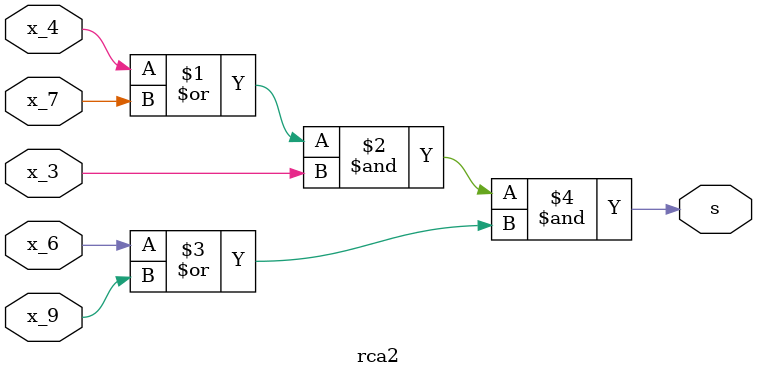
<source format=v>
module rca2 (x_3, x_4, x_6, x_7, x_9, s);
//-------------Input Ports Declarations-----------------------------
input x_3, x_4, x_6, x_7, x_9;
//-------------Output Ports Declarations-----------------------------
output s;
//-------------Logic-----------------------------------------------
assign s = ((x_4 | x_7) & x_3 & (x_6 | x_9));
endmodule

</source>
